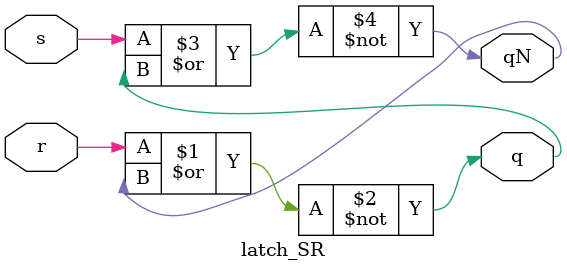
<source format=v>
/*
    rete sequenziale asincrona, trasparente
    ***************************************
    s   r   effetto
    1   0   setta q = 1
    1   0   resetta q = 0
    0   0   conserva q = q
    1   1   inconsistente mette q = qN = 0
*/
module latch_SR(
    s, r, q, qN 
);
    input s, r;
    output q, qN;

    assign #1 q = ~(r | qN);   // r nor qN
    assign #1 qN = ~(s | q);   // s nor q
endmodule

/*
    - elemento di memoria di base
    - funziona anche con transizioni multiple perchè
*/
/*
    link per vedere la simulazione:
    http://digitaljs.tilk.eu/#b8b5cb4b57634db9188e45cd1ef8df436367e3f6484edc7eee8f75e41c2a0842
*/
</source>
